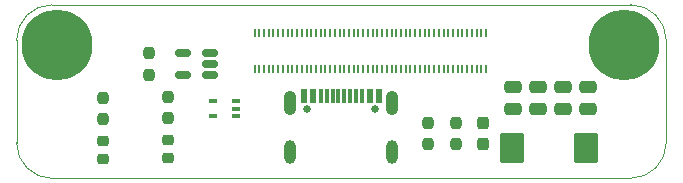
<source format=gts>
G04 #@! TF.GenerationSoftware,KiCad,Pcbnew,(6.0.0)*
G04 #@! TF.CreationDate,2022-02-03T13:29:45+01:00*
G04 #@! TF.ProjectId,MinCab,4d696e43-6162-42e6-9b69-6361645f7063,rev?*
G04 #@! TF.SameCoordinates,Original*
G04 #@! TF.FileFunction,Soldermask,Top*
G04 #@! TF.FilePolarity,Negative*
%FSLAX46Y46*%
G04 Gerber Fmt 4.6, Leading zero omitted, Abs format (unit mm)*
G04 Created by KiCad (PCBNEW (6.0.0)) date 2022-02-03 13:29:45*
%MOMM*%
%LPD*%
G01*
G04 APERTURE LIST*
G04 Aperture macros list*
%AMRoundRect*
0 Rectangle with rounded corners*
0 $1 Rounding radius*
0 $2 $3 $4 $5 $6 $7 $8 $9 X,Y pos of 4 corners*
0 Add a 4 corners polygon primitive as box body*
4,1,4,$2,$3,$4,$5,$6,$7,$8,$9,$2,$3,0*
0 Add four circle primitives for the rounded corners*
1,1,$1+$1,$2,$3*
1,1,$1+$1,$4,$5*
1,1,$1+$1,$6,$7*
1,1,$1+$1,$8,$9*
0 Add four rect primitives between the rounded corners*
20,1,$1+$1,$2,$3,$4,$5,0*
20,1,$1+$1,$4,$5,$6,$7,0*
20,1,$1+$1,$6,$7,$8,$9,0*
20,1,$1+$1,$8,$9,$2,$3,0*%
G04 Aperture macros list end*
G04 #@! TA.AperFunction,Profile*
%ADD10C,0.050000*%
G04 #@! TD*
%ADD11RoundRect,0.250000X0.475000X-0.250000X0.475000X0.250000X-0.475000X0.250000X-0.475000X-0.250000X0*%
%ADD12RoundRect,0.150000X0.512500X0.150000X-0.512500X0.150000X-0.512500X-0.150000X0.512500X-0.150000X0*%
%ADD13R,0.200000X0.700000*%
%ADD14C,6.000000*%
%ADD15RoundRect,0.237500X-0.237500X0.250000X-0.237500X-0.250000X0.237500X-0.250000X0.237500X0.250000X0*%
%ADD16RoundRect,0.237500X0.237500X-0.250000X0.237500X0.250000X-0.237500X0.250000X-0.237500X-0.250000X0*%
%ADD17R,0.650000X0.400000*%
%ADD18RoundRect,0.218750X-0.256250X0.218750X-0.256250X-0.218750X0.256250X-0.218750X0.256250X0.218750X0*%
%ADD19C,0.650000*%
%ADD20R,0.600000X1.150000*%
%ADD21R,0.300000X1.150000*%
%ADD22O,1.050000X2.100000*%
%ADD23O,1.000000X2.000000*%
%ADD24RoundRect,0.237500X-0.237500X0.300000X-0.237500X-0.300000X0.237500X-0.300000X0.237500X0.300000X0*%
%ADD25RoundRect,0.250000X-0.787500X-1.025000X0.787500X-1.025000X0.787500X1.025000X-0.787500X1.025000X0*%
G04 APERTURE END LIST*
D10*
X117300000Y-91200000D02*
G75*
G03*
X120300000Y-94200000I3000001J1D01*
G01*
X172300000Y-82500000D02*
X172300000Y-91200000D01*
X169300000Y-94200000D02*
X120300000Y-94200000D01*
X172300000Y-82500000D02*
G75*
G03*
X169300000Y-79500000I-3000001J-1D01*
G01*
X169300000Y-94200000D02*
G75*
G03*
X172300000Y-91200000I-1J3000001D01*
G01*
X120300000Y-79500000D02*
X169300000Y-79500000D01*
X120300000Y-79500000D02*
G75*
G03*
X117300000Y-82500000I1J-3000001D01*
G01*
X117300000Y-82500000D02*
X117300000Y-91200000D01*
D11*
X159350000Y-88350000D03*
X159350000Y-86450000D03*
X161450000Y-88350000D03*
X161450000Y-86450000D03*
D12*
X133637500Y-85450000D03*
X133637500Y-84500000D03*
X133637500Y-83550000D03*
X131362500Y-83550000D03*
X131362500Y-85450000D03*
D13*
X137450000Y-84950000D03*
X137450000Y-81870000D03*
X137850000Y-84950000D03*
X137850000Y-81870000D03*
X138250000Y-84950000D03*
X138250000Y-81870000D03*
X138650000Y-84950000D03*
X138650000Y-81870000D03*
X139050000Y-84950000D03*
X139050000Y-81870000D03*
X139450000Y-84950000D03*
X139450000Y-81870000D03*
X139850000Y-84950000D03*
X139850000Y-81870000D03*
X140250000Y-84950000D03*
X140250000Y-81870000D03*
X140650000Y-84950000D03*
X140650000Y-81870000D03*
X141050000Y-84950000D03*
X141050000Y-81870000D03*
X141450000Y-84950000D03*
X141450000Y-81870000D03*
X141850000Y-84950000D03*
X141850000Y-81870000D03*
X142250000Y-84950000D03*
X142250000Y-81870000D03*
X142650000Y-84950000D03*
X142650000Y-81870000D03*
X143050000Y-84950000D03*
X143050000Y-81870000D03*
X143450000Y-84950000D03*
X143450000Y-81870000D03*
X143850000Y-84950000D03*
X143850000Y-81870000D03*
X144250000Y-84950000D03*
X144250000Y-81870000D03*
X144650000Y-84950000D03*
X144650000Y-81870000D03*
X145050000Y-84950000D03*
X145050000Y-81870000D03*
X145450000Y-84950000D03*
X145450000Y-81870000D03*
X145850000Y-84950000D03*
X145850000Y-81870000D03*
X146250000Y-84950000D03*
X146250000Y-81870000D03*
X146650000Y-84950000D03*
X146650000Y-81870000D03*
X147050000Y-84950000D03*
X147050000Y-81870000D03*
X147450000Y-84950000D03*
X147450000Y-81870000D03*
X147850000Y-84950000D03*
X147850000Y-81870000D03*
X148250000Y-84950000D03*
X148250000Y-81870000D03*
X148650000Y-84950000D03*
X148650000Y-81870000D03*
X149050000Y-84950000D03*
X149050000Y-81870000D03*
X149450000Y-84950000D03*
X149450000Y-81870000D03*
X149850000Y-84950000D03*
X149850000Y-81870000D03*
X150250000Y-84950000D03*
X150250000Y-81870000D03*
X150650000Y-84950000D03*
X150650000Y-81870000D03*
X151050000Y-84950000D03*
X151050000Y-81870000D03*
X151450000Y-84950000D03*
X151450000Y-81870000D03*
X151850000Y-84950000D03*
X151850000Y-81870000D03*
X152250000Y-84950000D03*
X152250000Y-81870000D03*
X152650000Y-84950000D03*
X152650000Y-81870000D03*
X153050000Y-84950000D03*
X153050000Y-81870000D03*
X153450000Y-84950000D03*
X153450000Y-81870000D03*
X153850000Y-84950000D03*
X153850000Y-81870000D03*
X154250000Y-84950000D03*
X154250000Y-81870000D03*
X154650000Y-84950000D03*
X154650000Y-81870000D03*
X155050000Y-84950000D03*
X155050000Y-81870000D03*
X155450000Y-84950000D03*
X155450000Y-81870000D03*
X155850000Y-84950000D03*
X155850000Y-81870000D03*
X156250000Y-84950000D03*
X156250000Y-81870000D03*
X156650000Y-84950000D03*
X156650000Y-81870000D03*
X157050000Y-84950000D03*
X157050000Y-81870000D03*
D14*
X120750000Y-82950000D03*
X168750000Y-82950000D03*
D15*
X154500000Y-89487500D03*
X154500000Y-91312500D03*
D16*
X128500000Y-85412500D03*
X128500000Y-83587500D03*
X124600000Y-89200000D03*
X124600000Y-87375000D03*
D17*
X135850000Y-88950000D03*
X135850000Y-88300000D03*
X135850000Y-87650000D03*
X133950000Y-87650000D03*
X133950000Y-88950000D03*
D16*
X130100000Y-89112500D03*
X130100000Y-87287500D03*
D18*
X124600000Y-91000000D03*
X124600000Y-92575000D03*
D11*
X165650000Y-88350000D03*
X165650000Y-86450000D03*
X163550000Y-88350000D03*
X163550000Y-86450000D03*
D16*
X152150000Y-91312500D03*
X152150000Y-89487500D03*
D19*
X147690000Y-88320000D03*
X141910000Y-88320000D03*
D20*
X141600000Y-87245000D03*
X142400000Y-87245000D03*
D21*
X143550000Y-87245000D03*
X144550000Y-87245000D03*
X145050000Y-87245000D03*
X146050000Y-87245000D03*
D20*
X148000000Y-87245000D03*
X147200000Y-87245000D03*
D21*
X146550000Y-87245000D03*
X145550000Y-87245000D03*
X144050000Y-87245000D03*
X143050000Y-87245000D03*
D22*
X140480000Y-87820000D03*
D23*
X140480000Y-92000000D03*
X149120000Y-92000000D03*
D22*
X149120000Y-87820000D03*
D24*
X156800000Y-89550000D03*
X156800000Y-91275000D03*
D25*
X159287500Y-91600000D03*
X165512500Y-91600000D03*
D18*
X130100000Y-90912500D03*
X130100000Y-92487500D03*
M02*

</source>
